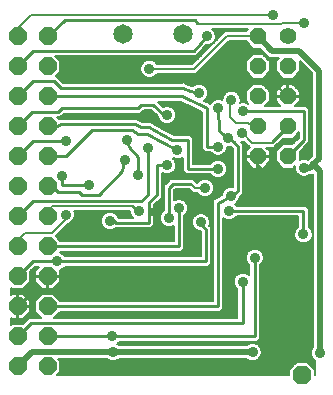
<source format=gbl>
G75*
%MOIN*%
%OFA0B0*%
%FSLAX24Y24*%
%IPPOS*%
%LPD*%
%AMOC8*
5,1,8,0,0,1.08239X$1,22.5*
%
%ADD10OC8,0.0630*%
%ADD11C,0.0560*%
%ADD12OC8,0.0560*%
%ADD13OC8,0.0600*%
%ADD14C,0.0650*%
%ADD15C,0.0200*%
%ADD16C,0.0100*%
%ADD17C,0.0357*%
%ADD18C,0.0080*%
%ADD19C,0.0050*%
D10*
X010300Y000550D03*
D11*
X009825Y011850D03*
D12*
X009825Y010850D03*
X009825Y009850D03*
X009825Y008850D03*
X009825Y007850D03*
X008825Y007850D03*
X008825Y008850D03*
X008825Y009850D03*
X008825Y010850D03*
X008825Y011850D03*
D13*
X000825Y000850D03*
X000825Y001850D03*
X000825Y002850D03*
X000825Y003850D03*
X000825Y004850D03*
X000825Y005850D03*
X000825Y006850D03*
X000825Y007850D03*
X000825Y008850D03*
X000825Y009850D03*
X000825Y010850D03*
X000825Y011850D03*
X001825Y011850D03*
X001825Y010850D03*
X001825Y009850D03*
X001825Y008850D03*
X001825Y007850D03*
X001825Y006850D03*
X001825Y005850D03*
X001825Y004850D03*
X001825Y003850D03*
X001825Y002850D03*
X001825Y001850D03*
X001825Y000850D03*
D14*
X004325Y011925D03*
X006325Y011925D03*
D15*
X008825Y011850D02*
X009305Y011370D01*
X010195Y011370D01*
X010855Y010710D01*
X010855Y007770D01*
X010675Y007590D01*
X010900Y007365D01*
X010900Y001300D01*
X008655Y001325D02*
X004375Y001325D01*
X001300Y001325D01*
X000825Y000850D01*
X010375Y007470D02*
X010555Y007470D01*
X010675Y007590D01*
D16*
X010375Y008400D02*
X010375Y009350D01*
X008325Y009350D01*
X007795Y008510D02*
X007850Y008475D01*
X008025Y008325D01*
X008175Y008175D01*
X008175Y006700D01*
X007925Y006525D01*
X007500Y006300D01*
X007500Y002850D01*
X001825Y002850D01*
X001350Y003350D02*
X002450Y003350D01*
X002450Y003850D02*
X001825Y003850D01*
X002150Y004350D02*
X001325Y004350D01*
X000825Y003875D01*
X000825Y003850D01*
X001350Y003350D02*
X000850Y002850D01*
X000825Y002850D01*
X001275Y002300D02*
X008325Y002300D01*
X008325Y003675D01*
X008725Y004475D02*
X008725Y001850D01*
X003975Y001850D01*
X001825Y001850D01*
X001275Y002300D02*
X000825Y001850D01*
X002150Y004350D02*
X007100Y004350D01*
X007100Y005400D01*
X006955Y005570D01*
X006930Y005655D01*
X006200Y006125D02*
X006200Y004850D01*
X001825Y004850D01*
X000825Y005850D02*
X001350Y006375D01*
X004950Y006375D01*
X005175Y006575D01*
X005175Y008125D01*
X004825Y007825D02*
X004525Y008175D01*
X004475Y008400D01*
X004650Y008725D02*
X003300Y008725D01*
X002425Y007850D01*
X001825Y007850D01*
X001325Y008350D02*
X002425Y008350D01*
X002150Y008850D02*
X002275Y008925D01*
X004750Y008925D01*
X004925Y008825D01*
X005200Y008825D01*
X005375Y008725D01*
X005975Y008400D01*
X006500Y008400D01*
X006500Y007425D01*
X007500Y007425D01*
X007500Y008175D02*
X007150Y008175D01*
X007150Y009450D01*
X006300Y009850D01*
X001825Y009850D01*
X002275Y010125D02*
X002025Y010375D01*
X001350Y010375D01*
X000825Y009850D01*
X001300Y009325D02*
X002175Y009325D01*
X002300Y009450D01*
X004825Y009450D01*
X004950Y009575D01*
X005350Y009575D01*
X005700Y009225D01*
X005800Y009225D01*
X005225Y009175D02*
X005225Y009050D01*
X005125Y008600D02*
X004850Y008600D01*
X004650Y008725D01*
X005125Y008600D02*
X006150Y008050D01*
X005800Y007550D02*
X005475Y007550D01*
X005475Y006550D01*
X005200Y006325D01*
X005200Y006225D01*
X005195Y006190D01*
X005200Y006175D01*
X005200Y005625D01*
X004100Y005625D01*
X004025Y005700D01*
X003900Y005700D01*
X004625Y006205D02*
X004875Y006025D01*
X005412Y006012D02*
X005450Y006175D01*
X005870Y005795D02*
X005870Y006800D01*
X006000Y006925D01*
X006600Y006925D01*
X007870Y006030D02*
X010350Y006025D01*
X010350Y005250D01*
X009825Y007850D02*
X010375Y008400D01*
X009825Y008850D02*
X009300Y008325D01*
X007795Y008510D02*
X007520Y008690D01*
X007510Y009450D01*
X006870Y009965D02*
X006575Y010025D01*
X006350Y010125D01*
X002275Y010125D01*
X001300Y009325D02*
X000825Y008850D01*
X001325Y008350D02*
X000825Y007850D01*
X001825Y006850D02*
X001950Y006850D01*
X002100Y006725D01*
X002175Y006675D01*
X002875Y006675D01*
X002975Y006575D01*
X003540Y006575D01*
X004315Y007350D01*
X004375Y007680D01*
X004410Y007715D01*
X004825Y007825D02*
X004825Y007225D01*
X003200Y006900D02*
X002300Y006900D01*
X002300Y007200D01*
X002150Y008850D02*
X001825Y008850D01*
X000825Y010850D02*
X001350Y011375D01*
X006700Y011375D01*
X007125Y011850D01*
X006815Y012310D02*
X006725Y012400D01*
X002400Y012400D01*
X001850Y011850D01*
X001825Y011850D01*
X010195Y012310D02*
X010375Y012305D01*
X004375Y001325D02*
X004000Y001325D01*
D17*
X004000Y001325D03*
X003975Y001850D03*
X002150Y004350D03*
X002425Y005910D03*
X003200Y006900D03*
X002300Y007200D03*
X002425Y008350D03*
X004410Y007715D03*
X004825Y007225D03*
X005175Y008125D03*
X005800Y007550D03*
X006150Y008050D03*
X005800Y009225D03*
X005225Y009175D03*
X004475Y008400D03*
X004875Y006025D03*
X005412Y006012D03*
X005870Y005795D03*
X006200Y006125D03*
X006930Y005655D03*
X007100Y006350D03*
X007065Y006800D03*
X007500Y007425D03*
X007500Y008175D03*
X007850Y008475D03*
X008292Y008617D03*
X008325Y009350D03*
X007950Y009725D03*
X007510Y009450D03*
X006870Y009965D03*
X006975Y010450D03*
X007125Y011850D03*
X005215Y010770D03*
X007925Y006525D03*
X007870Y006030D03*
X008725Y004475D03*
X008325Y003675D03*
X008655Y001325D03*
X010900Y001300D03*
X010350Y005250D03*
X009875Y006500D03*
X010375Y007470D03*
X010375Y012305D03*
X009325Y012565D03*
X003900Y005700D03*
D18*
X004625Y006205D02*
X001975Y006205D01*
X001825Y005975D01*
X001825Y005850D01*
X001975Y005310D02*
X002425Y005760D01*
X002425Y005910D01*
X001975Y005310D02*
X001075Y005310D01*
X000825Y005060D01*
X000825Y004850D01*
X005215Y010770D02*
X006715Y010770D01*
X007795Y011850D01*
X008825Y011850D01*
X009325Y012565D02*
X001266Y012565D01*
X000825Y012124D01*
X000825Y011850D01*
X006600Y006925D02*
X006725Y006800D01*
X007065Y006800D01*
X007150Y006800D01*
X008635Y008310D02*
X008328Y008617D01*
X008292Y008617D01*
X008095Y008970D02*
X007915Y009150D01*
X007915Y009690D01*
X007950Y009725D01*
X008095Y008970D02*
X008505Y008970D01*
X008625Y008850D01*
X008825Y008850D01*
X008635Y008310D02*
X009285Y008310D01*
X009300Y008325D01*
X008825Y007550D02*
X009875Y006500D01*
X009825Y009850D02*
X009795Y009850D01*
X009355Y010290D01*
X009055Y010290D01*
X008995Y010350D01*
X007075Y010350D01*
X006975Y010450D01*
X006855Y012270D02*
X006815Y012310D01*
X006855Y012270D02*
X009595Y012270D01*
X009635Y012310D01*
X010195Y012310D01*
D19*
X009547Y011145D02*
X009212Y011145D01*
X008912Y011445D01*
X008657Y011445D01*
X008420Y011682D01*
X008420Y011685D01*
X007863Y011685D01*
X006783Y010605D01*
X005475Y010605D01*
X005472Y010598D01*
X005387Y010513D01*
X005275Y010467D01*
X005155Y010467D01*
X005043Y010513D01*
X004958Y010598D01*
X004912Y010710D01*
X004912Y010830D01*
X004958Y010942D01*
X005043Y011027D01*
X005155Y011073D01*
X005275Y011073D01*
X005387Y011027D01*
X005472Y010942D01*
X005475Y010935D01*
X006647Y010935D01*
X007630Y011918D01*
X007727Y012015D01*
X008420Y012015D01*
X008420Y012018D01*
X008507Y012105D01*
X007299Y012105D01*
X007382Y012022D01*
X007428Y011910D01*
X007428Y011790D01*
X007502Y011790D01*
X007550Y011839D02*
X007428Y011839D01*
X007428Y011887D02*
X007599Y011887D01*
X007647Y011936D02*
X007418Y011936D01*
X007398Y011984D02*
X007696Y011984D01*
X007453Y011742D02*
X007409Y011742D01*
X007405Y011693D02*
X007388Y011693D01*
X007382Y011678D02*
X007428Y011790D01*
X007382Y011678D02*
X007297Y011593D01*
X007185Y011547D01*
X007088Y011547D01*
X006875Y011308D01*
X006875Y011303D01*
X006827Y011255D01*
X006782Y011204D01*
X006776Y011204D01*
X006772Y011200D01*
X006705Y011200D01*
X006637Y011196D01*
X006633Y011200D01*
X002076Y011200D01*
X002250Y011026D01*
X002250Y010674D01*
X002112Y010536D01*
X002347Y010300D01*
X006318Y010300D01*
X006355Y010314D01*
X006387Y010300D01*
X006422Y010300D01*
X006451Y010272D01*
X006629Y010193D01*
X006662Y010186D01*
X006698Y010222D01*
X006810Y010268D01*
X006930Y010268D01*
X007042Y010222D01*
X007127Y010137D01*
X007173Y010025D01*
X007173Y009905D01*
X007127Y009793D01*
X007042Y009708D01*
X007027Y009701D01*
X007189Y009625D01*
X007222Y009625D01*
X007245Y009603D01*
X007253Y009622D01*
X007338Y009707D01*
X007450Y009753D01*
X007570Y009753D01*
X007647Y009722D01*
X007647Y009785D01*
X007693Y009897D01*
X007778Y009982D01*
X007890Y010028D01*
X008010Y010028D01*
X008122Y009982D01*
X008207Y009897D01*
X008253Y009785D01*
X008253Y009665D01*
X008245Y009645D01*
X008265Y009653D01*
X008385Y009653D01*
X008494Y009609D01*
X008420Y009682D01*
X008420Y010018D01*
X008657Y010255D01*
X008993Y010255D01*
X009230Y010018D01*
X009230Y009682D01*
X009073Y009525D01*
X009577Y009525D01*
X009420Y009682D01*
X009420Y009825D01*
X009800Y009825D01*
X009800Y009875D01*
X009800Y010255D01*
X009657Y010255D01*
X009420Y010018D01*
X009420Y009875D01*
X009800Y009875D01*
X009850Y009875D01*
X009850Y010255D01*
X009993Y010255D01*
X010230Y010018D01*
X010230Y009875D01*
X009850Y009875D01*
X009850Y009825D01*
X010230Y009825D01*
X010230Y009682D01*
X010073Y009525D01*
X010447Y009525D01*
X010550Y009422D01*
X010550Y008328D01*
X010447Y008225D01*
X010230Y008008D01*
X010230Y007738D01*
X010315Y007773D01*
X010435Y007773D01*
X010510Y007743D01*
X010630Y007863D01*
X010630Y010617D01*
X010230Y011017D01*
X010230Y010682D01*
X009993Y010445D01*
X009657Y010445D01*
X009420Y010682D01*
X009420Y011018D01*
X009547Y011145D01*
X009513Y011111D02*
X009137Y011111D01*
X009185Y011063D02*
X009465Y011063D01*
X009420Y011014D02*
X009230Y011014D01*
X009230Y011018D02*
X008993Y011255D01*
X008657Y011255D01*
X008420Y011018D01*
X008420Y010682D01*
X008657Y010445D01*
X008993Y010445D01*
X009230Y010682D01*
X009230Y011018D01*
X009230Y010966D02*
X009420Y010966D01*
X009420Y010917D02*
X009230Y010917D01*
X009230Y010869D02*
X009420Y010869D01*
X009420Y010820D02*
X009230Y010820D01*
X009230Y010772D02*
X009420Y010772D01*
X009420Y010723D02*
X009230Y010723D01*
X009222Y010675D02*
X009428Y010675D01*
X009476Y010626D02*
X009174Y010626D01*
X009125Y010578D02*
X009525Y010578D01*
X009573Y010529D02*
X009077Y010529D01*
X009028Y010481D02*
X009622Y010481D01*
X009640Y010238D02*
X009010Y010238D01*
X009058Y010190D02*
X009592Y010190D01*
X009543Y010141D02*
X009107Y010141D01*
X009155Y010093D02*
X009495Y010093D01*
X009446Y010044D02*
X009204Y010044D01*
X009230Y009996D02*
X009420Y009996D01*
X009420Y009947D02*
X009230Y009947D01*
X009230Y009899D02*
X009420Y009899D01*
X009420Y009802D02*
X009230Y009802D01*
X009230Y009850D02*
X009800Y009850D01*
X009800Y009899D02*
X009850Y009899D01*
X009850Y009947D02*
X009800Y009947D01*
X009800Y009996D02*
X009850Y009996D01*
X009850Y010044D02*
X009800Y010044D01*
X009800Y010093D02*
X009850Y010093D01*
X009850Y010141D02*
X009800Y010141D01*
X009800Y010190D02*
X009850Y010190D01*
X009850Y010238D02*
X009800Y010238D01*
X010010Y010238D02*
X010630Y010238D01*
X010630Y010190D02*
X010058Y010190D01*
X010107Y010141D02*
X010630Y010141D01*
X010630Y010093D02*
X010155Y010093D01*
X010204Y010044D02*
X010630Y010044D01*
X010630Y009996D02*
X010230Y009996D01*
X010230Y009947D02*
X010630Y009947D01*
X010630Y009899D02*
X010230Y009899D01*
X010230Y009802D02*
X010630Y009802D01*
X010630Y009850D02*
X009850Y009850D01*
X010107Y009559D02*
X010630Y009559D01*
X010630Y009511D02*
X010462Y009511D01*
X010510Y009462D02*
X010630Y009462D01*
X010630Y009414D02*
X010550Y009414D01*
X010550Y009365D02*
X010630Y009365D01*
X010630Y009317D02*
X010550Y009317D01*
X010550Y009268D02*
X010630Y009268D01*
X010630Y009220D02*
X010550Y009220D01*
X010550Y009171D02*
X010630Y009171D01*
X010630Y009123D02*
X010550Y009123D01*
X010550Y009074D02*
X010630Y009074D01*
X010630Y009026D02*
X010550Y009026D01*
X010550Y008977D02*
X010630Y008977D01*
X010630Y008929D02*
X010550Y008929D01*
X010550Y008880D02*
X010630Y008880D01*
X010630Y008832D02*
X010550Y008832D01*
X010550Y008783D02*
X010630Y008783D01*
X010630Y008735D02*
X010550Y008735D01*
X010550Y008686D02*
X010630Y008686D01*
X010630Y008638D02*
X010550Y008638D01*
X010550Y008589D02*
X010630Y008589D01*
X010630Y008541D02*
X010550Y008541D01*
X010550Y008492D02*
X010630Y008492D01*
X010630Y008444D02*
X010550Y008444D01*
X010550Y008395D02*
X010630Y008395D01*
X010630Y008347D02*
X010550Y008347D01*
X010521Y008298D02*
X010630Y008298D01*
X010630Y008250D02*
X010472Y008250D01*
X010424Y008201D02*
X010630Y008201D01*
X010630Y008153D02*
X010375Y008153D01*
X010327Y008104D02*
X010630Y008104D01*
X010630Y008056D02*
X010278Y008056D01*
X010230Y008007D02*
X010630Y008007D01*
X010630Y007959D02*
X010230Y007959D01*
X010230Y007910D02*
X010630Y007910D01*
X010628Y007862D02*
X010230Y007862D01*
X010230Y007813D02*
X010580Y007813D01*
X010531Y007765D02*
X010457Y007765D01*
X010293Y007765D02*
X010230Y007765D01*
X010072Y007524D02*
X010072Y007410D01*
X010118Y007298D01*
X010203Y007213D01*
X010315Y007167D01*
X010435Y007167D01*
X010547Y007213D01*
X010579Y007245D01*
X010648Y007245D01*
X010675Y007272D01*
X010675Y001504D01*
X010643Y001472D01*
X010597Y001360D01*
X010597Y001240D01*
X010643Y001128D01*
X010728Y001043D01*
X010750Y001034D01*
X010750Y000575D01*
X010740Y000575D01*
X010740Y000732D01*
X010750Y000732D01*
X010740Y000732D02*
X010482Y000990D01*
X010118Y000990D01*
X009860Y000732D01*
X002250Y000732D01*
X002250Y000684D02*
X009860Y000684D01*
X009860Y000732D02*
X009860Y000575D01*
X002151Y000575D01*
X002250Y000674D01*
X002250Y001026D01*
X002176Y001100D01*
X003796Y001100D01*
X003828Y001068D01*
X003940Y001022D01*
X004060Y001022D01*
X004172Y001068D01*
X004204Y001100D01*
X008451Y001100D01*
X008483Y001068D01*
X008595Y001022D01*
X008715Y001022D01*
X008827Y001068D01*
X008912Y001153D01*
X008958Y001265D01*
X008958Y001385D01*
X008912Y001497D01*
X008827Y001582D01*
X008715Y001628D01*
X008595Y001628D01*
X008483Y001582D01*
X008451Y001550D01*
X004204Y001550D01*
X004172Y001582D01*
X004147Y001593D01*
X004229Y001675D01*
X008797Y001675D01*
X008900Y001778D01*
X008900Y004221D01*
X008982Y004303D01*
X009028Y004415D01*
X009028Y004535D01*
X008982Y004647D01*
X008897Y004732D01*
X008785Y004778D01*
X008665Y004778D01*
X008553Y004732D01*
X008468Y004647D01*
X008422Y004535D01*
X008422Y004415D01*
X008468Y004303D01*
X008550Y004221D01*
X008550Y003879D01*
X008497Y003932D01*
X008385Y003978D01*
X008265Y003978D01*
X008153Y003932D01*
X008068Y003847D01*
X008022Y003735D01*
X008022Y003615D01*
X008068Y003503D01*
X008150Y003421D01*
X008150Y002475D01*
X002051Y002475D01*
X002250Y002674D01*
X002250Y002675D01*
X007572Y002675D01*
X007675Y002778D01*
X007675Y005796D01*
X007698Y005773D01*
X007810Y005727D01*
X007930Y005727D01*
X008042Y005773D01*
X008124Y005854D01*
X010175Y005850D01*
X010175Y005504D01*
X010093Y005422D01*
X010047Y005310D01*
X010047Y005190D01*
X010093Y005078D01*
X010178Y004993D01*
X010290Y004947D01*
X010410Y004947D01*
X010522Y004993D01*
X010607Y005078D01*
X010653Y005190D01*
X010653Y005310D01*
X010607Y005422D01*
X010525Y005504D01*
X010525Y006025D01*
X010525Y006097D01*
X010525Y006097D01*
X010525Y006097D01*
X010474Y006149D01*
X010423Y006200D01*
X010423Y006200D01*
X010422Y006200D01*
X010350Y006200D01*
X008125Y006204D01*
X008072Y006257D01*
X008097Y006268D01*
X008182Y006353D01*
X008228Y006465D01*
X008228Y006524D01*
X008230Y006525D01*
X008247Y006525D01*
X008288Y006565D01*
X008335Y006598D01*
X008338Y006615D01*
X008350Y006628D01*
X008350Y006685D01*
X008360Y006741D01*
X008350Y006755D01*
X008350Y008247D01*
X008283Y008314D01*
X008353Y008314D01*
X008385Y008327D01*
X008470Y008242D01*
X008557Y008155D01*
X008420Y008018D01*
X008420Y007875D01*
X008800Y007875D01*
X008800Y007825D01*
X008420Y007825D01*
X008420Y007682D01*
X008657Y007445D01*
X008800Y007445D01*
X008800Y007825D01*
X008850Y007825D01*
X008850Y007875D01*
X009230Y007875D01*
X009230Y008018D01*
X009103Y008145D01*
X009353Y008145D01*
X009358Y008150D01*
X009372Y008150D01*
X009667Y008445D01*
X009993Y008445D01*
X010200Y008652D01*
X010200Y008472D01*
X009983Y008255D01*
X009657Y008255D01*
X009420Y008018D01*
X009420Y007682D01*
X009657Y007445D01*
X009993Y007445D01*
X010072Y007524D01*
X010070Y007522D02*
X010072Y007522D01*
X010072Y007474D02*
X010021Y007474D01*
X010072Y007425D02*
X008350Y007425D01*
X008350Y007377D02*
X010085Y007377D01*
X010105Y007328D02*
X008350Y007328D01*
X008350Y007280D02*
X010136Y007280D01*
X010185Y007231D02*
X008350Y007231D01*
X008350Y007183D02*
X010276Y007183D01*
X010474Y007183D02*
X010675Y007183D01*
X010675Y007231D02*
X010565Y007231D01*
X010675Y007134D02*
X008350Y007134D01*
X008350Y007086D02*
X010675Y007086D01*
X010675Y007037D02*
X008350Y007037D01*
X008350Y006989D02*
X010675Y006989D01*
X010675Y006940D02*
X008350Y006940D01*
X008350Y006892D02*
X010675Y006892D01*
X010675Y006843D02*
X008350Y006843D01*
X008350Y006795D02*
X010675Y006795D01*
X010675Y006746D02*
X008356Y006746D01*
X008352Y006698D02*
X010675Y006698D01*
X010675Y006649D02*
X008350Y006649D01*
X008335Y006601D02*
X010675Y006601D01*
X010675Y006552D02*
X008275Y006552D01*
X008228Y006504D02*
X010675Y006504D01*
X010675Y006455D02*
X008224Y006455D01*
X008204Y006407D02*
X010675Y006407D01*
X010675Y006358D02*
X008184Y006358D01*
X008139Y006310D02*
X010675Y006310D01*
X010675Y006261D02*
X008081Y006261D01*
X008117Y006213D02*
X010675Y006213D01*
X010675Y006164D02*
X010459Y006164D01*
X010507Y006116D02*
X010675Y006116D01*
X010675Y006067D02*
X010525Y006067D01*
X010525Y006019D02*
X010675Y006019D01*
X010675Y005970D02*
X010525Y005970D01*
X010525Y005922D02*
X010675Y005922D01*
X010675Y005873D02*
X010525Y005873D01*
X010525Y005825D02*
X010675Y005825D01*
X010675Y005776D02*
X010525Y005776D01*
X010525Y005728D02*
X010675Y005728D01*
X010675Y005679D02*
X010525Y005679D01*
X010525Y005631D02*
X010675Y005631D01*
X010675Y005582D02*
X010525Y005582D01*
X010525Y005534D02*
X010675Y005534D01*
X010675Y005485D02*
X010544Y005485D01*
X010593Y005437D02*
X010675Y005437D01*
X010675Y005388D02*
X010621Y005388D01*
X010641Y005340D02*
X010675Y005340D01*
X010675Y005291D02*
X010653Y005291D01*
X010653Y005243D02*
X010675Y005243D01*
X010675Y005194D02*
X010653Y005194D01*
X010635Y005146D02*
X010675Y005146D01*
X010675Y005097D02*
X010615Y005097D01*
X010578Y005049D02*
X010675Y005049D01*
X010675Y005000D02*
X010529Y005000D01*
X010422Y004952D02*
X010675Y004952D01*
X010675Y004903D02*
X007675Y004903D01*
X007675Y004855D02*
X010675Y004855D01*
X010675Y004806D02*
X007675Y004806D01*
X007675Y004758D02*
X008614Y004758D01*
X008530Y004709D02*
X007675Y004709D01*
X007675Y004661D02*
X008481Y004661D01*
X008453Y004612D02*
X007675Y004612D01*
X007675Y004564D02*
X008433Y004564D01*
X008422Y004515D02*
X007675Y004515D01*
X007675Y004467D02*
X008422Y004467D01*
X008422Y004418D02*
X007675Y004418D01*
X007675Y004370D02*
X008440Y004370D01*
X008460Y004321D02*
X007675Y004321D01*
X007675Y004273D02*
X008498Y004273D01*
X008547Y004224D02*
X007675Y004224D01*
X007675Y004176D02*
X008550Y004176D01*
X008550Y004127D02*
X007675Y004127D01*
X007675Y004079D02*
X008550Y004079D01*
X008550Y004030D02*
X007675Y004030D01*
X007675Y003982D02*
X008550Y003982D01*
X008550Y003933D02*
X008495Y003933D01*
X008545Y003885D02*
X008550Y003885D01*
X008900Y003885D02*
X010675Y003885D01*
X010675Y003933D02*
X008900Y003933D01*
X008900Y003982D02*
X010675Y003982D01*
X010675Y004030D02*
X008900Y004030D01*
X008900Y004079D02*
X010675Y004079D01*
X010675Y004127D02*
X008900Y004127D01*
X008900Y004176D02*
X010675Y004176D01*
X010675Y004224D02*
X008903Y004224D01*
X008952Y004273D02*
X010675Y004273D01*
X010675Y004321D02*
X008990Y004321D01*
X009010Y004370D02*
X010675Y004370D01*
X010675Y004418D02*
X009028Y004418D01*
X009028Y004467D02*
X010675Y004467D01*
X010675Y004515D02*
X009028Y004515D01*
X009017Y004564D02*
X010675Y004564D01*
X010675Y004612D02*
X008997Y004612D01*
X008969Y004661D02*
X010675Y004661D01*
X010675Y004709D02*
X008920Y004709D01*
X008836Y004758D02*
X010675Y004758D01*
X010278Y004952D02*
X007675Y004952D01*
X007675Y005000D02*
X010171Y005000D01*
X010122Y005049D02*
X007675Y005049D01*
X007675Y005097D02*
X010085Y005097D01*
X010065Y005146D02*
X007675Y005146D01*
X007675Y005194D02*
X010047Y005194D01*
X010047Y005243D02*
X007675Y005243D01*
X007675Y005291D02*
X010047Y005291D01*
X010059Y005340D02*
X007675Y005340D01*
X007675Y005388D02*
X010079Y005388D01*
X010107Y005437D02*
X007675Y005437D01*
X007675Y005485D02*
X010156Y005485D01*
X010175Y005534D02*
X007675Y005534D01*
X007675Y005582D02*
X010175Y005582D01*
X010175Y005631D02*
X007675Y005631D01*
X007675Y005679D02*
X010175Y005679D01*
X010175Y005728D02*
X007933Y005728D01*
X008045Y005776D02*
X010175Y005776D01*
X010175Y005825D02*
X008094Y005825D01*
X007807Y005728D02*
X007675Y005728D01*
X007675Y005776D02*
X007695Y005776D01*
X007325Y005776D02*
X007208Y005776D01*
X007228Y005728D02*
X007325Y005728D01*
X007325Y005679D02*
X007233Y005679D01*
X007233Y005715D02*
X007187Y005827D01*
X007102Y005912D01*
X006990Y005958D01*
X006869Y005958D01*
X006758Y005912D01*
X006672Y005827D01*
X006626Y005715D01*
X006626Y005594D01*
X006672Y005483D01*
X006758Y005397D01*
X006869Y005351D01*
X006912Y005351D01*
X006925Y005335D01*
X006925Y004525D01*
X002404Y004525D01*
X002322Y004607D01*
X002224Y004648D01*
X002250Y004674D01*
X002250Y004675D01*
X006272Y004675D01*
X006375Y004778D01*
X006375Y005871D01*
X006457Y005953D01*
X006503Y006065D01*
X006503Y006185D01*
X006457Y006297D01*
X006372Y006382D01*
X006260Y006428D01*
X006140Y006428D01*
X006045Y006389D01*
X006045Y006725D01*
X006070Y006750D01*
X006542Y006750D01*
X006657Y006635D01*
X006805Y006635D01*
X006808Y006628D01*
X006893Y006543D01*
X007005Y006497D01*
X007125Y006497D01*
X007237Y006543D01*
X007322Y006628D01*
X007368Y006740D01*
X007368Y006860D01*
X007322Y006972D01*
X007237Y007057D01*
X007125Y007103D01*
X007005Y007103D01*
X006893Y007057D01*
X006808Y006972D01*
X006805Y006965D01*
X006793Y006965D01*
X006775Y006983D01*
X006775Y006997D01*
X006672Y007100D01*
X006002Y007100D01*
X005931Y007101D01*
X005930Y007100D01*
X005928Y007100D01*
X005877Y007050D01*
X005800Y006975D01*
X005798Y006975D01*
X005747Y006925D01*
X005696Y006876D01*
X005696Y006874D01*
X005695Y006872D01*
X005695Y006802D01*
X005694Y006731D01*
X005695Y006730D01*
X005695Y006049D01*
X005613Y005967D01*
X005567Y005855D01*
X005567Y005735D01*
X005613Y005623D01*
X005698Y005538D01*
X005810Y005492D01*
X005930Y005492D01*
X006025Y005531D01*
X006025Y005025D01*
X002250Y005025D01*
X002250Y005026D01*
X002087Y005189D01*
X002519Y005620D01*
X002597Y005653D01*
X002682Y005738D01*
X002728Y005850D01*
X002728Y005970D01*
X003759Y005970D01*
X003728Y005957D02*
X003643Y005872D01*
X003596Y005760D01*
X003596Y005639D01*
X003643Y005528D01*
X003728Y005443D01*
X003839Y005396D01*
X003960Y005396D01*
X004072Y005443D01*
X004079Y005450D01*
X005272Y005450D01*
X005375Y005553D01*
X005375Y006134D01*
X005389Y006162D01*
X005375Y006203D01*
X005375Y006213D01*
X005380Y006246D01*
X005537Y006375D01*
X005547Y006375D01*
X005593Y006420D01*
X005642Y006460D01*
X005643Y006470D01*
X005650Y006478D01*
X005650Y006541D01*
X005656Y006605D01*
X005650Y006612D01*
X005650Y007284D01*
X005740Y007247D01*
X005860Y007247D01*
X005972Y007293D01*
X006057Y007378D01*
X006103Y007490D01*
X006103Y007610D01*
X006057Y007722D01*
X005992Y007787D01*
X006090Y007747D01*
X006210Y007747D01*
X006322Y007793D01*
X006325Y007796D01*
X006325Y007353D01*
X006428Y007250D01*
X007246Y007250D01*
X007328Y007168D01*
X007440Y007122D01*
X007560Y007122D01*
X007672Y007168D01*
X007757Y007253D01*
X007803Y007365D01*
X007803Y007485D01*
X007757Y007597D01*
X007672Y007682D01*
X007560Y007728D01*
X007440Y007728D01*
X007328Y007682D01*
X007246Y007600D01*
X006675Y007600D01*
X006675Y008472D01*
X006572Y008575D01*
X006019Y008575D01*
X005460Y008878D01*
X005307Y008965D01*
X005272Y009000D01*
X005246Y009000D01*
X005224Y009013D01*
X005177Y009000D01*
X004971Y009000D01*
X004857Y009065D01*
X004822Y009100D01*
X004796Y009100D01*
X004774Y009113D01*
X004727Y009100D01*
X002297Y009100D01*
X002247Y009112D01*
X002227Y009100D01*
X002203Y009100D01*
X002189Y009087D01*
X002126Y009150D01*
X002247Y009150D01*
X002372Y009275D01*
X004897Y009275D01*
X005022Y009400D01*
X005278Y009400D01*
X005497Y009181D01*
X005497Y009165D01*
X005543Y009053D01*
X005628Y008968D01*
X005740Y008922D01*
X005860Y008922D01*
X005972Y008968D01*
X006057Y009053D01*
X006103Y009165D01*
X006103Y009285D01*
X006057Y009397D01*
X005972Y009482D01*
X005860Y009528D01*
X005740Y009528D01*
X005672Y009500D01*
X005497Y009675D01*
X006261Y009675D01*
X006975Y009339D01*
X006975Y008103D01*
X007078Y008000D01*
X007246Y008000D01*
X007328Y007918D01*
X007440Y007872D01*
X007560Y007872D01*
X007672Y007918D01*
X007757Y008003D01*
X007803Y008115D01*
X007803Y008172D01*
X007910Y008172D01*
X007925Y008178D01*
X008000Y008103D01*
X008000Y006822D01*
X007985Y006828D01*
X007865Y006828D01*
X007753Y006782D01*
X007668Y006697D01*
X007622Y006585D01*
X007622Y006562D01*
X007457Y006475D01*
X007428Y006475D01*
X007395Y006442D01*
X007354Y006421D01*
X007346Y006393D01*
X007325Y006372D01*
X007325Y006326D01*
X007311Y006282D01*
X007325Y006257D01*
X007325Y003025D01*
X002250Y003025D01*
X002250Y003026D01*
X002001Y003275D01*
X001649Y003275D01*
X001400Y003026D01*
X001400Y002674D01*
X001599Y002475D01*
X001203Y002475D01*
X001100Y002372D01*
X001002Y002274D01*
X001001Y002275D01*
X000649Y002275D01*
X000600Y002226D01*
X000600Y002474D01*
X000649Y002425D01*
X000800Y002425D01*
X000800Y002825D01*
X000850Y002825D01*
X000850Y002875D01*
X000800Y002875D01*
X000800Y003275D01*
X000649Y003275D01*
X000600Y003226D01*
X000600Y003474D01*
X000649Y003425D01*
X001001Y003425D01*
X001250Y003674D01*
X001250Y004026D01*
X001244Y004032D01*
X001395Y004175D01*
X001549Y004175D01*
X001400Y004026D01*
X001400Y003875D01*
X001800Y003875D01*
X001800Y003825D01*
X001850Y003825D01*
X001850Y003875D01*
X002250Y003875D01*
X002250Y004026D01*
X002224Y004052D01*
X002322Y004093D01*
X002404Y004175D01*
X007172Y004175D01*
X007275Y004278D01*
X007275Y005393D01*
X007280Y005458D01*
X007275Y005465D01*
X007275Y005472D01*
X007229Y005519D01*
X007211Y005540D01*
X007233Y005594D01*
X007233Y005715D01*
X007233Y005631D02*
X007325Y005631D01*
X007325Y005582D02*
X007228Y005582D01*
X007216Y005534D02*
X007325Y005534D01*
X007325Y005485D02*
X007262Y005485D01*
X007278Y005437D02*
X007325Y005437D01*
X007325Y005388D02*
X007275Y005388D01*
X007275Y005340D02*
X007325Y005340D01*
X007325Y005291D02*
X007275Y005291D01*
X007275Y005243D02*
X007325Y005243D01*
X007325Y005194D02*
X007275Y005194D01*
X007275Y005146D02*
X007325Y005146D01*
X007325Y005097D02*
X007275Y005097D01*
X007275Y005049D02*
X007325Y005049D01*
X007325Y005000D02*
X007275Y005000D01*
X007275Y004952D02*
X007325Y004952D01*
X007325Y004903D02*
X007275Y004903D01*
X007275Y004855D02*
X007325Y004855D01*
X007325Y004806D02*
X007275Y004806D01*
X007275Y004758D02*
X007325Y004758D01*
X007325Y004709D02*
X007275Y004709D01*
X007275Y004661D02*
X007325Y004661D01*
X007325Y004612D02*
X007275Y004612D01*
X007275Y004564D02*
X007325Y004564D01*
X007325Y004515D02*
X007275Y004515D01*
X007275Y004467D02*
X007325Y004467D01*
X007325Y004418D02*
X007275Y004418D01*
X007275Y004370D02*
X007325Y004370D01*
X007325Y004321D02*
X007275Y004321D01*
X007270Y004273D02*
X007325Y004273D01*
X007325Y004224D02*
X007222Y004224D01*
X007173Y004176D02*
X007325Y004176D01*
X007325Y004127D02*
X002356Y004127D01*
X002287Y004079D02*
X007325Y004079D01*
X007325Y004030D02*
X002246Y004030D01*
X002250Y003982D02*
X007325Y003982D01*
X007325Y003933D02*
X002250Y003933D01*
X002250Y003885D02*
X007325Y003885D01*
X007325Y003836D02*
X001850Y003836D01*
X001850Y003825D02*
X002250Y003825D01*
X002250Y003674D01*
X002001Y003425D01*
X001850Y003425D01*
X001850Y003825D01*
X001850Y003788D02*
X001800Y003788D01*
X001800Y003825D02*
X001800Y003425D01*
X001649Y003425D01*
X001400Y003674D01*
X001400Y003825D01*
X001800Y003825D01*
X001800Y003836D02*
X001250Y003836D01*
X001250Y003788D02*
X001400Y003788D01*
X001400Y003739D02*
X001250Y003739D01*
X001250Y003691D02*
X001400Y003691D01*
X001432Y003642D02*
X001218Y003642D01*
X001170Y003594D02*
X001480Y003594D01*
X001529Y003545D02*
X001121Y003545D01*
X001073Y003497D02*
X001577Y003497D01*
X001626Y003448D02*
X001024Y003448D01*
X001001Y003275D02*
X000850Y003275D01*
X000850Y002875D01*
X001250Y002875D01*
X001250Y003026D01*
X001001Y003275D01*
X001022Y003254D02*
X001628Y003254D01*
X001579Y003206D02*
X001071Y003206D01*
X001119Y003157D02*
X001531Y003157D01*
X001482Y003109D02*
X001168Y003109D01*
X001216Y003060D02*
X001434Y003060D01*
X001400Y003012D02*
X001250Y003012D01*
X001250Y002963D02*
X001400Y002963D01*
X001400Y002915D02*
X001250Y002915D01*
X001250Y002825D02*
X000850Y002825D01*
X000850Y002425D01*
X001001Y002425D01*
X001250Y002674D01*
X001250Y002825D01*
X001250Y002818D02*
X001400Y002818D01*
X001400Y002866D02*
X000850Y002866D01*
X000850Y002818D02*
X000800Y002818D01*
X000800Y002769D02*
X000850Y002769D01*
X000850Y002721D02*
X000800Y002721D01*
X000800Y002672D02*
X000850Y002672D01*
X000850Y002624D02*
X000800Y002624D01*
X000800Y002575D02*
X000850Y002575D01*
X000850Y002527D02*
X000800Y002527D01*
X000800Y002478D02*
X000850Y002478D01*
X000850Y002430D02*
X000800Y002430D01*
X000644Y002430D02*
X000600Y002430D01*
X000600Y002381D02*
X001109Y002381D01*
X001157Y002430D02*
X001006Y002430D01*
X001054Y002478D02*
X001596Y002478D01*
X001547Y002527D02*
X001103Y002527D01*
X001151Y002575D02*
X001499Y002575D01*
X001450Y002624D02*
X001200Y002624D01*
X001248Y002672D02*
X001402Y002672D01*
X001400Y002721D02*
X001250Y002721D01*
X001250Y002769D02*
X001400Y002769D01*
X001060Y002333D02*
X000600Y002333D01*
X000600Y002284D02*
X001012Y002284D01*
X000609Y002236D02*
X000600Y002236D01*
X000800Y002915D02*
X000850Y002915D01*
X000850Y002963D02*
X000800Y002963D01*
X000800Y003012D02*
X000850Y003012D01*
X000850Y003060D02*
X000800Y003060D01*
X000800Y003109D02*
X000850Y003109D01*
X000850Y003157D02*
X000800Y003157D01*
X000800Y003206D02*
X000850Y003206D01*
X000850Y003254D02*
X000800Y003254D01*
X000628Y003254D02*
X000600Y003254D01*
X000600Y003303D02*
X007325Y003303D01*
X007325Y003351D02*
X000600Y003351D01*
X000600Y003400D02*
X007325Y003400D01*
X007325Y003448D02*
X002024Y003448D01*
X002073Y003497D02*
X007325Y003497D01*
X007325Y003545D02*
X002121Y003545D01*
X002170Y003594D02*
X007325Y003594D01*
X007325Y003642D02*
X002218Y003642D01*
X002250Y003691D02*
X007325Y003691D01*
X007325Y003739D02*
X002250Y003739D01*
X002250Y003788D02*
X007325Y003788D01*
X007675Y003788D02*
X008043Y003788D01*
X008063Y003836D02*
X007675Y003836D01*
X007675Y003885D02*
X008105Y003885D01*
X008155Y003933D02*
X007675Y003933D01*
X007675Y003739D02*
X008023Y003739D01*
X008022Y003691D02*
X007675Y003691D01*
X007675Y003642D02*
X008022Y003642D01*
X008030Y003594D02*
X007675Y003594D01*
X007675Y003545D02*
X008050Y003545D01*
X008074Y003497D02*
X007675Y003497D01*
X007675Y003448D02*
X008123Y003448D01*
X008150Y003400D02*
X007675Y003400D01*
X007675Y003351D02*
X008150Y003351D01*
X008150Y003303D02*
X007675Y003303D01*
X007675Y003254D02*
X008150Y003254D01*
X008150Y003206D02*
X007675Y003206D01*
X007675Y003157D02*
X008150Y003157D01*
X008150Y003109D02*
X007675Y003109D01*
X007675Y003060D02*
X008150Y003060D01*
X008150Y003012D02*
X007675Y003012D01*
X007675Y002963D02*
X008150Y002963D01*
X008150Y002915D02*
X007675Y002915D01*
X007675Y002866D02*
X008150Y002866D01*
X008150Y002818D02*
X007675Y002818D01*
X007666Y002769D02*
X008150Y002769D01*
X008150Y002721D02*
X007618Y002721D01*
X007325Y003060D02*
X002216Y003060D01*
X002168Y003109D02*
X007325Y003109D01*
X007325Y003157D02*
X002119Y003157D01*
X002071Y003206D02*
X007325Y003206D01*
X007325Y003254D02*
X002022Y003254D01*
X001850Y003448D02*
X001800Y003448D01*
X001800Y003497D02*
X001850Y003497D01*
X001850Y003545D02*
X001800Y003545D01*
X001800Y003594D02*
X001850Y003594D01*
X001850Y003642D02*
X001800Y003642D01*
X001800Y003691D02*
X001850Y003691D01*
X001850Y003739D02*
X001800Y003739D01*
X001400Y003885D02*
X001250Y003885D01*
X001250Y003933D02*
X001400Y003933D01*
X001400Y003982D02*
X001250Y003982D01*
X001246Y004030D02*
X001404Y004030D01*
X001452Y004079D02*
X001293Y004079D01*
X001344Y004127D02*
X001501Y004127D01*
X002237Y004661D02*
X006925Y004661D01*
X006925Y004709D02*
X006307Y004709D01*
X006355Y004758D02*
X006925Y004758D01*
X006925Y004806D02*
X006375Y004806D01*
X006375Y004855D02*
X006925Y004855D01*
X006925Y004903D02*
X006375Y004903D01*
X006375Y004952D02*
X006925Y004952D01*
X006925Y005000D02*
X006375Y005000D01*
X006375Y005049D02*
X006925Y005049D01*
X006925Y005097D02*
X006375Y005097D01*
X006375Y005146D02*
X006925Y005146D01*
X006925Y005194D02*
X006375Y005194D01*
X006375Y005243D02*
X006925Y005243D01*
X006925Y005291D02*
X006375Y005291D01*
X006375Y005340D02*
X006922Y005340D01*
X006781Y005388D02*
X006375Y005388D01*
X006375Y005437D02*
X006719Y005437D01*
X006672Y005485D02*
X006375Y005485D01*
X006375Y005534D02*
X006651Y005534D01*
X006631Y005582D02*
X006375Y005582D01*
X006375Y005631D02*
X006626Y005631D01*
X006626Y005679D02*
X006375Y005679D01*
X006375Y005728D02*
X006631Y005728D01*
X006652Y005776D02*
X006375Y005776D01*
X006375Y005825D02*
X006672Y005825D01*
X006719Y005873D02*
X006377Y005873D01*
X006426Y005922D02*
X006781Y005922D01*
X007078Y005922D02*
X007325Y005922D01*
X007325Y005970D02*
X006464Y005970D01*
X006484Y006019D02*
X007325Y006019D01*
X007325Y006067D02*
X006503Y006067D01*
X006503Y006116D02*
X007325Y006116D01*
X007325Y006164D02*
X006503Y006164D01*
X006492Y006213D02*
X007325Y006213D01*
X007323Y006261D02*
X006472Y006261D01*
X006445Y006310D02*
X007320Y006310D01*
X007325Y006358D02*
X006396Y006358D01*
X006313Y006407D02*
X007350Y006407D01*
X007408Y006455D02*
X006045Y006455D01*
X006045Y006407D02*
X006087Y006407D01*
X006045Y006504D02*
X006988Y006504D01*
X006884Y006552D02*
X006045Y006552D01*
X006045Y006601D02*
X006835Y006601D01*
X006643Y006649D02*
X006045Y006649D01*
X006045Y006698D02*
X006594Y006698D01*
X006546Y006746D02*
X006066Y006746D01*
X005814Y006989D02*
X005650Y006989D01*
X005650Y007037D02*
X005864Y007037D01*
X005913Y007086D02*
X005650Y007086D01*
X005650Y007134D02*
X007410Y007134D01*
X007313Y007183D02*
X005650Y007183D01*
X005650Y007231D02*
X007265Y007231D01*
X007169Y007086D02*
X008000Y007086D01*
X008000Y007134D02*
X007590Y007134D01*
X007687Y007183D02*
X008000Y007183D01*
X008000Y007231D02*
X007735Y007231D01*
X007768Y007280D02*
X008000Y007280D01*
X008000Y007328D02*
X007788Y007328D01*
X007803Y007377D02*
X008000Y007377D01*
X008000Y007425D02*
X007803Y007425D01*
X007803Y007474D02*
X008000Y007474D01*
X008000Y007522D02*
X007788Y007522D01*
X007768Y007571D02*
X008000Y007571D01*
X008000Y007619D02*
X007735Y007619D01*
X007687Y007668D02*
X008000Y007668D01*
X008000Y007716D02*
X007590Y007716D01*
X007653Y007910D02*
X008000Y007910D01*
X008000Y007862D02*
X006675Y007862D01*
X006675Y007910D02*
X007347Y007910D01*
X007287Y007959D02*
X006675Y007959D01*
X006675Y008007D02*
X007070Y008007D01*
X007022Y008056D02*
X006675Y008056D01*
X006675Y008104D02*
X006975Y008104D01*
X006975Y008153D02*
X006675Y008153D01*
X006675Y008201D02*
X006975Y008201D01*
X006975Y008250D02*
X006675Y008250D01*
X006675Y008298D02*
X006975Y008298D01*
X006975Y008347D02*
X006675Y008347D01*
X006675Y008395D02*
X006975Y008395D01*
X006975Y008444D02*
X006675Y008444D01*
X006655Y008492D02*
X006975Y008492D01*
X006975Y008541D02*
X006607Y008541D01*
X006975Y008589D02*
X005993Y008589D01*
X005904Y008638D02*
X006975Y008638D01*
X006975Y008686D02*
X005814Y008686D01*
X005725Y008735D02*
X006975Y008735D01*
X006975Y008783D02*
X005635Y008783D01*
X005546Y008832D02*
X006975Y008832D01*
X006975Y008880D02*
X005456Y008880D01*
X005372Y008929D02*
X005723Y008929D01*
X005619Y008977D02*
X005295Y008977D01*
X005534Y009074D02*
X004848Y009074D01*
X004927Y009026D02*
X005570Y009026D01*
X005514Y009123D02*
X002153Y009123D01*
X002269Y009171D02*
X005497Y009171D01*
X005458Y009220D02*
X002317Y009220D01*
X002366Y009268D02*
X005409Y009268D01*
X005361Y009317D02*
X004939Y009317D01*
X004988Y009365D02*
X005312Y009365D01*
X005565Y009608D02*
X006404Y009608D01*
X006301Y009656D02*
X005516Y009656D01*
X005613Y009559D02*
X006507Y009559D01*
X006610Y009511D02*
X005904Y009511D01*
X005992Y009462D02*
X006713Y009462D01*
X006816Y009414D02*
X006041Y009414D01*
X006070Y009365D02*
X006920Y009365D01*
X006975Y009317D02*
X006091Y009317D01*
X006103Y009268D02*
X006975Y009268D01*
X006975Y009220D02*
X006103Y009220D01*
X006103Y009171D02*
X006975Y009171D01*
X006975Y009123D02*
X006086Y009123D01*
X006066Y009074D02*
X006975Y009074D01*
X006975Y009026D02*
X006030Y009026D01*
X005981Y008977D02*
X006975Y008977D01*
X006975Y008929D02*
X005877Y008929D01*
X005696Y009511D02*
X005662Y009511D01*
X006436Y010287D02*
X010630Y010287D01*
X010630Y010335D02*
X002312Y010335D01*
X002264Y010384D02*
X010630Y010384D01*
X010630Y010432D02*
X002215Y010432D01*
X002167Y010481D02*
X005121Y010481D01*
X005027Y010529D02*
X002118Y010529D01*
X002154Y010578D02*
X004978Y010578D01*
X004946Y010626D02*
X002202Y010626D01*
X002250Y010675D02*
X004926Y010675D01*
X004912Y010723D02*
X002250Y010723D01*
X002250Y010772D02*
X004912Y010772D01*
X004912Y010820D02*
X002250Y010820D01*
X002250Y010869D02*
X004927Y010869D01*
X004947Y010917D02*
X002250Y010917D01*
X002250Y010966D02*
X004981Y010966D01*
X005030Y011014D02*
X002250Y011014D01*
X002213Y011063D02*
X005128Y011063D01*
X005302Y011063D02*
X006774Y011063D01*
X006823Y011111D02*
X002165Y011111D01*
X002116Y011160D02*
X006871Y011160D01*
X006920Y011208D02*
X006785Y011208D01*
X006829Y011257D02*
X006968Y011257D01*
X007017Y011305D02*
X006875Y011305D01*
X006916Y011354D02*
X007065Y011354D01*
X007114Y011402D02*
X006959Y011402D01*
X007002Y011451D02*
X007162Y011451D01*
X007211Y011499D02*
X007046Y011499D01*
X007188Y011548D02*
X007259Y011548D01*
X007300Y011596D02*
X007308Y011596D01*
X007349Y011645D02*
X007356Y011645D01*
X007580Y011402D02*
X008955Y011402D01*
X009003Y011354D02*
X007532Y011354D01*
X007483Y011305D02*
X009052Y011305D01*
X009100Y011257D02*
X007435Y011257D01*
X007386Y011208D02*
X008610Y011208D01*
X008562Y011160D02*
X007338Y011160D01*
X007289Y011111D02*
X008513Y011111D01*
X008465Y011063D02*
X007241Y011063D01*
X007192Y011014D02*
X008420Y011014D01*
X008420Y010966D02*
X007144Y010966D01*
X007095Y010917D02*
X008420Y010917D01*
X008420Y010869D02*
X007047Y010869D01*
X006998Y010820D02*
X008420Y010820D01*
X008420Y010772D02*
X006950Y010772D01*
X006901Y010723D02*
X008420Y010723D01*
X008428Y010675D02*
X006853Y010675D01*
X006804Y010626D02*
X008476Y010626D01*
X008525Y010578D02*
X005452Y010578D01*
X005403Y010529D02*
X008573Y010529D01*
X008622Y010481D02*
X005309Y010481D01*
X005449Y010966D02*
X006677Y010966D01*
X006726Y011014D02*
X005400Y011014D01*
X006527Y010238D02*
X006736Y010238D01*
X006665Y010190D02*
X006644Y010190D01*
X007004Y010238D02*
X008640Y010238D01*
X008592Y010190D02*
X007075Y010190D01*
X007123Y010141D02*
X008543Y010141D01*
X008495Y010093D02*
X007146Y010093D01*
X007166Y010044D02*
X008446Y010044D01*
X008420Y009996D02*
X008090Y009996D01*
X008157Y009947D02*
X008420Y009947D01*
X008420Y009899D02*
X008206Y009899D01*
X008227Y009850D02*
X008420Y009850D01*
X008420Y009802D02*
X008247Y009802D01*
X008253Y009753D02*
X008420Y009753D01*
X008420Y009705D02*
X008253Y009705D01*
X008250Y009656D02*
X008446Y009656D01*
X007810Y009996D02*
X007173Y009996D01*
X007173Y009947D02*
X007743Y009947D01*
X007694Y009899D02*
X007171Y009899D01*
X007151Y009850D02*
X007673Y009850D01*
X007653Y009802D02*
X007131Y009802D01*
X007087Y009753D02*
X007449Y009753D01*
X007571Y009753D02*
X007647Y009753D01*
X007335Y009705D02*
X007034Y009705D01*
X007123Y009656D02*
X007287Y009656D01*
X007247Y009608D02*
X007240Y009608D01*
X008299Y008298D02*
X008414Y008298D01*
X008462Y008250D02*
X008348Y008250D01*
X008350Y008201D02*
X008511Y008201D01*
X008555Y008153D02*
X008350Y008153D01*
X008350Y008104D02*
X008506Y008104D01*
X008458Y008056D02*
X008350Y008056D01*
X008350Y008007D02*
X008420Y008007D01*
X008420Y007959D02*
X008350Y007959D01*
X008350Y007910D02*
X008420Y007910D01*
X008350Y007862D02*
X008800Y007862D01*
X008800Y007813D02*
X008850Y007813D01*
X008850Y007825D02*
X008850Y007445D01*
X008993Y007445D01*
X009230Y007682D01*
X009230Y007825D01*
X008850Y007825D01*
X008850Y007862D02*
X009420Y007862D01*
X009420Y007910D02*
X009230Y007910D01*
X009230Y007959D02*
X009420Y007959D01*
X009420Y008007D02*
X009230Y008007D01*
X009192Y008056D02*
X009458Y008056D01*
X009506Y008104D02*
X009144Y008104D01*
X009375Y008153D02*
X009555Y008153D01*
X009603Y008201D02*
X009424Y008201D01*
X009472Y008250D02*
X009652Y008250D01*
X009569Y008347D02*
X010074Y008347D01*
X010123Y008395D02*
X009618Y008395D01*
X009666Y008444D02*
X010171Y008444D01*
X010200Y008492D02*
X010040Y008492D01*
X010088Y008541D02*
X010200Y008541D01*
X010200Y008589D02*
X010137Y008589D01*
X010185Y008638D02*
X010200Y008638D01*
X010026Y008298D02*
X009521Y008298D01*
X009420Y007813D02*
X009230Y007813D01*
X009230Y007765D02*
X009420Y007765D01*
X009420Y007716D02*
X009230Y007716D01*
X009215Y007668D02*
X009435Y007668D01*
X009483Y007619D02*
X009167Y007619D01*
X009118Y007571D02*
X009532Y007571D01*
X009580Y007522D02*
X009070Y007522D01*
X009021Y007474D02*
X009629Y007474D01*
X008850Y007474D02*
X008800Y007474D01*
X008800Y007522D02*
X008850Y007522D01*
X008850Y007571D02*
X008800Y007571D01*
X008800Y007619D02*
X008850Y007619D01*
X008850Y007668D02*
X008800Y007668D01*
X008800Y007716D02*
X008850Y007716D01*
X008850Y007765D02*
X008800Y007765D01*
X008580Y007522D02*
X008350Y007522D01*
X008350Y007474D02*
X008629Y007474D01*
X008532Y007571D02*
X008350Y007571D01*
X008350Y007619D02*
X008483Y007619D01*
X008435Y007668D02*
X008350Y007668D01*
X008350Y007716D02*
X008420Y007716D01*
X008420Y007765D02*
X008350Y007765D01*
X008350Y007813D02*
X008420Y007813D01*
X008000Y007813D02*
X006675Y007813D01*
X006675Y007765D02*
X008000Y007765D01*
X008000Y007959D02*
X007713Y007959D01*
X007759Y008007D02*
X008000Y008007D01*
X008000Y008056D02*
X007779Y008056D01*
X007799Y008104D02*
X007998Y008104D01*
X007950Y008153D02*
X007803Y008153D01*
X007410Y007716D02*
X006675Y007716D01*
X006675Y007668D02*
X007313Y007668D01*
X007265Y007619D02*
X006675Y007619D01*
X006325Y007619D02*
X006100Y007619D01*
X006103Y007571D02*
X006325Y007571D01*
X006325Y007522D02*
X006103Y007522D01*
X006097Y007474D02*
X006325Y007474D01*
X006325Y007425D02*
X006077Y007425D01*
X006056Y007377D02*
X006325Y007377D01*
X006349Y007328D02*
X006007Y007328D01*
X005940Y007280D02*
X006398Y007280D01*
X006687Y007086D02*
X006961Y007086D01*
X006873Y007037D02*
X006735Y007037D01*
X006775Y006989D02*
X006824Y006989D01*
X007257Y007037D02*
X008000Y007037D01*
X008000Y006989D02*
X007306Y006989D01*
X007335Y006940D02*
X008000Y006940D01*
X008000Y006892D02*
X007356Y006892D01*
X007368Y006843D02*
X008000Y006843D01*
X007783Y006795D02*
X007368Y006795D01*
X007368Y006746D02*
X007717Y006746D01*
X007668Y006698D02*
X007351Y006698D01*
X007331Y006649D02*
X007648Y006649D01*
X007628Y006601D02*
X007295Y006601D01*
X007246Y006552D02*
X007602Y006552D01*
X007510Y006504D02*
X007142Y006504D01*
X007141Y005873D02*
X007325Y005873D01*
X007325Y005825D02*
X007188Y005825D01*
X006925Y004612D02*
X002310Y004612D01*
X002366Y004564D02*
X006925Y004564D01*
X006025Y005049D02*
X002228Y005049D01*
X002179Y005097D02*
X006025Y005097D01*
X006025Y005146D02*
X002131Y005146D01*
X002092Y005194D02*
X006025Y005194D01*
X006025Y005243D02*
X002141Y005243D01*
X002189Y005291D02*
X006025Y005291D01*
X006025Y005340D02*
X002238Y005340D01*
X002286Y005388D02*
X006025Y005388D01*
X006025Y005437D02*
X004057Y005437D01*
X003743Y005437D02*
X002335Y005437D01*
X002383Y005485D02*
X003685Y005485D01*
X003640Y005534D02*
X002432Y005534D01*
X002480Y005582D02*
X003620Y005582D01*
X003600Y005631D02*
X002543Y005631D01*
X002623Y005679D02*
X003596Y005679D01*
X003596Y005728D02*
X002672Y005728D01*
X002698Y005776D02*
X003603Y005776D01*
X003623Y005825D02*
X002718Y005825D01*
X002728Y005873D02*
X003644Y005873D01*
X003692Y005922D02*
X002728Y005922D01*
X002728Y005970D02*
X002700Y006040D01*
X004555Y006040D01*
X004572Y006028D01*
X004572Y005965D01*
X004618Y005853D01*
X004671Y005800D01*
X004187Y005800D01*
X004157Y005872D01*
X004072Y005957D01*
X003960Y006003D01*
X003839Y006003D01*
X003728Y005957D01*
X004040Y005970D02*
X004572Y005970D01*
X004572Y006019D02*
X002708Y006019D01*
X004107Y005922D02*
X004589Y005922D01*
X004610Y005873D02*
X004156Y005873D01*
X004177Y005825D02*
X004646Y005825D01*
X005308Y005485D02*
X006025Y005485D01*
X005708Y005534D02*
X005356Y005534D01*
X005375Y005582D02*
X005654Y005582D01*
X005610Y005631D02*
X005375Y005631D01*
X005375Y005679D02*
X005590Y005679D01*
X005570Y005728D02*
X005375Y005728D01*
X005375Y005776D02*
X005567Y005776D01*
X005567Y005825D02*
X005375Y005825D01*
X005375Y005873D02*
X005574Y005873D01*
X005594Y005922D02*
X005375Y005922D01*
X005375Y005970D02*
X005616Y005970D01*
X005664Y006019D02*
X005375Y006019D01*
X005375Y006067D02*
X005695Y006067D01*
X005695Y006116D02*
X005375Y006116D01*
X005388Y006164D02*
X005695Y006164D01*
X005695Y006213D02*
X005375Y006213D01*
X005398Y006261D02*
X005695Y006261D01*
X005695Y006310D02*
X005457Y006310D01*
X005517Y006358D02*
X005695Y006358D01*
X005695Y006407D02*
X005579Y006407D01*
X005635Y006455D02*
X005695Y006455D01*
X005695Y006504D02*
X005650Y006504D01*
X005651Y006552D02*
X005695Y006552D01*
X005695Y006601D02*
X005656Y006601D01*
X005650Y006649D02*
X005695Y006649D01*
X005695Y006698D02*
X005650Y006698D01*
X005650Y006746D02*
X005694Y006746D01*
X005695Y006795D02*
X005650Y006795D01*
X005650Y006843D02*
X005695Y006843D01*
X005713Y006892D02*
X005650Y006892D01*
X005650Y006940D02*
X005763Y006940D01*
X005660Y007280D02*
X005650Y007280D01*
X006080Y007668D02*
X006325Y007668D01*
X006325Y007716D02*
X006060Y007716D01*
X006046Y007765D02*
X006015Y007765D01*
X006254Y007765D02*
X006325Y007765D01*
X009107Y009559D02*
X009543Y009559D01*
X009495Y009608D02*
X009155Y009608D01*
X009204Y009656D02*
X009446Y009656D01*
X009420Y009705D02*
X009230Y009705D01*
X009230Y009753D02*
X009420Y009753D01*
X010155Y009608D02*
X010630Y009608D01*
X010630Y009656D02*
X010204Y009656D01*
X010230Y009705D02*
X010630Y009705D01*
X010630Y009753D02*
X010230Y009753D01*
X010028Y010481D02*
X010630Y010481D01*
X010630Y010529D02*
X010077Y010529D01*
X010125Y010578D02*
X010630Y010578D01*
X010621Y010626D02*
X010174Y010626D01*
X010222Y010675D02*
X010572Y010675D01*
X010524Y010723D02*
X010230Y010723D01*
X010230Y010772D02*
X010475Y010772D01*
X010427Y010820D02*
X010230Y010820D01*
X010230Y010869D02*
X010378Y010869D01*
X010330Y010917D02*
X010230Y010917D01*
X010230Y010966D02*
X010281Y010966D01*
X010233Y011014D02*
X010230Y011014D01*
X009197Y011160D02*
X009088Y011160D01*
X009040Y011208D02*
X009149Y011208D01*
X008652Y011451D02*
X007629Y011451D01*
X007677Y011499D02*
X008603Y011499D01*
X008555Y011548D02*
X007726Y011548D01*
X007774Y011596D02*
X008506Y011596D01*
X008458Y011645D02*
X007823Y011645D01*
X007372Y012033D02*
X008435Y012033D01*
X008483Y012081D02*
X007323Y012081D01*
X008900Y003836D02*
X010675Y003836D01*
X010675Y003788D02*
X008900Y003788D01*
X008900Y003739D02*
X010675Y003739D01*
X010675Y003691D02*
X008900Y003691D01*
X008900Y003642D02*
X010675Y003642D01*
X010675Y003594D02*
X008900Y003594D01*
X008900Y003545D02*
X010675Y003545D01*
X010675Y003497D02*
X008900Y003497D01*
X008900Y003448D02*
X010675Y003448D01*
X010675Y003400D02*
X008900Y003400D01*
X008900Y003351D02*
X010675Y003351D01*
X010675Y003303D02*
X008900Y003303D01*
X008900Y003254D02*
X010675Y003254D01*
X010675Y003206D02*
X008900Y003206D01*
X008900Y003157D02*
X010675Y003157D01*
X010675Y003109D02*
X008900Y003109D01*
X008900Y003060D02*
X010675Y003060D01*
X010675Y003012D02*
X008900Y003012D01*
X008900Y002963D02*
X010675Y002963D01*
X010675Y002915D02*
X008900Y002915D01*
X008900Y002866D02*
X010675Y002866D01*
X010675Y002818D02*
X008900Y002818D01*
X008900Y002769D02*
X010675Y002769D01*
X010675Y002721D02*
X008900Y002721D01*
X008900Y002672D02*
X010675Y002672D01*
X010675Y002624D02*
X008900Y002624D01*
X008900Y002575D02*
X010675Y002575D01*
X010675Y002527D02*
X008900Y002527D01*
X008900Y002478D02*
X010675Y002478D01*
X010675Y002430D02*
X008900Y002430D01*
X008900Y002381D02*
X010675Y002381D01*
X010675Y002333D02*
X008900Y002333D01*
X008900Y002284D02*
X010675Y002284D01*
X010675Y002236D02*
X008900Y002236D01*
X008900Y002187D02*
X010675Y002187D01*
X010675Y002139D02*
X008900Y002139D01*
X008900Y002090D02*
X010675Y002090D01*
X010675Y002042D02*
X008900Y002042D01*
X008900Y001993D02*
X010675Y001993D01*
X010675Y001945D02*
X008900Y001945D01*
X008900Y001896D02*
X010675Y001896D01*
X010675Y001848D02*
X008900Y001848D01*
X008900Y001799D02*
X010675Y001799D01*
X010675Y001751D02*
X008873Y001751D01*
X008824Y001702D02*
X010675Y001702D01*
X010675Y001654D02*
X004208Y001654D01*
X004159Y001605D02*
X008538Y001605D01*
X008457Y001557D02*
X004198Y001557D01*
X004147Y001593D02*
X004147Y001593D01*
X004176Y001072D02*
X008479Y001072D01*
X008591Y001023D02*
X004064Y001023D01*
X003936Y001023D02*
X002250Y001023D01*
X002250Y000975D02*
X010102Y000975D01*
X010054Y000926D02*
X002250Y000926D01*
X002250Y000878D02*
X010005Y000878D01*
X009957Y000829D02*
X002250Y000829D01*
X002250Y000781D02*
X009908Y000781D01*
X009860Y000635D02*
X002211Y000635D01*
X002163Y000587D02*
X009860Y000587D01*
X010498Y000975D02*
X010750Y000975D01*
X010750Y001023D02*
X008719Y001023D01*
X008831Y001072D02*
X010699Y001072D01*
X010651Y001120D02*
X008879Y001120D01*
X008919Y001169D02*
X010626Y001169D01*
X010606Y001217D02*
X008939Y001217D01*
X008958Y001266D02*
X010597Y001266D01*
X010597Y001314D02*
X008958Y001314D01*
X008958Y001363D02*
X010597Y001363D01*
X010618Y001411D02*
X008948Y001411D01*
X008928Y001460D02*
X010638Y001460D01*
X010675Y001508D02*
X008901Y001508D01*
X008853Y001557D02*
X010675Y001557D01*
X010675Y001605D02*
X008772Y001605D01*
X008150Y002478D02*
X002054Y002478D01*
X002103Y002527D02*
X008150Y002527D01*
X008150Y002575D02*
X002151Y002575D01*
X002200Y002624D02*
X008150Y002624D01*
X008150Y002672D02*
X002248Y002672D01*
X002205Y001072D02*
X003824Y001072D01*
X000626Y003448D02*
X000600Y003448D01*
X010546Y000926D02*
X010750Y000926D01*
X010750Y000878D02*
X010595Y000878D01*
X010643Y000829D02*
X010750Y000829D01*
X010750Y000781D02*
X010692Y000781D01*
X010740Y000684D02*
X010750Y000684D01*
X010750Y000635D02*
X010740Y000635D01*
X010740Y000587D02*
X010750Y000587D01*
M02*

</source>
